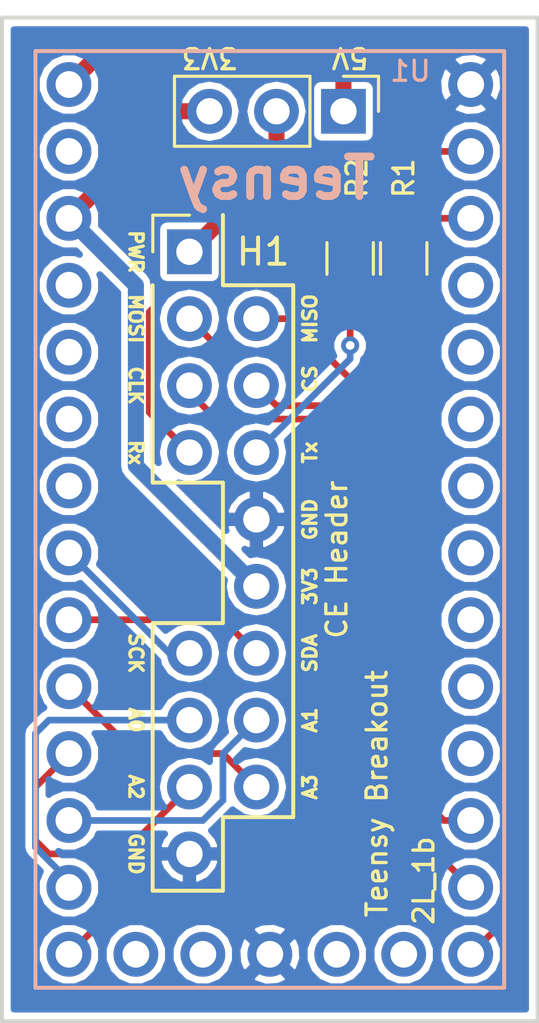
<source format=kicad_pcb>
(kicad_pcb (version 4) (host pcbnew 4.0.0-rc1-stable)

  (general
    (links 21)
    (no_connects 0)
    (area 95.174999 94.3737 115.645001 133.425001)
    (thickness 1.6)
    (drawings 26)
    (tracks 82)
    (zones 0)
    (modules 5)
    (nets 36)
  )

  (page A4)
  (layers
    (0 F.Cu signal)
    (31 B.Cu signal)
    (32 B.Adhes user)
    (33 F.Adhes user)
    (34 B.Paste user)
    (35 F.Paste user)
    (36 B.SilkS user)
    (37 F.SilkS user)
    (38 B.Mask user)
    (39 F.Mask user)
    (40 Dwgs.User user)
    (41 Cmts.User user)
    (42 Eco1.User user)
    (43 Eco2.User user)
    (44 Edge.Cuts user)
    (45 Margin user)
    (46 B.CrtYd user)
    (47 F.CrtYd user)
    (48 B.Fab user)
    (49 F.Fab user)
  )

  (setup
    (last_trace_width 0.1524)
    (user_trace_width 0.254)
    (user_trace_width 0.3048)
    (user_trace_width 0.6096)
    (trace_clearance 0.1524)
    (zone_clearance 0.254)
    (zone_45_only no)
    (trace_min 0.1524)
    (segment_width 0.2)
    (edge_width 0.15)
    (via_size 0.6858)
    (via_drill 0.3302)
    (via_min_size 0.6858)
    (via_min_drill 0.3302)
    (uvia_size 0.3)
    (uvia_drill 0.1)
    (uvias_allowed no)
    (uvia_min_size 0.2)
    (uvia_min_drill 0.1)
    (pcb_text_width 0.3)
    (pcb_text_size 1.5 1.5)
    (mod_edge_width 0.15)
    (mod_text_size 0.762 0.762)
    (mod_text_width 0.127)
    (pad_size 1.524 1.524)
    (pad_drill 0.762)
    (pad_to_mask_clearance 0)
    (aux_axis_origin 0 0)
    (visible_elements 7FFEEFFF)
    (pcbplotparams
      (layerselection 0x010f0_80000001)
      (usegerberextensions false)
      (excludeedgelayer true)
      (linewidth 0.076200)
      (plotframeref false)
      (viasonmask false)
      (mode 1)
      (useauxorigin false)
      (hpglpennumber 1)
      (hpglpenspeed 20)
      (hpglpendiameter 15)
      (hpglpenoverlay 2)
      (psnegative false)
      (psa4output false)
      (plotreference true)
      (plotvalue false)
      (plotinvisibletext false)
      (padsonsilk false)
      (subtractmaskfromsilk false)
      (outputformat 1)
      (mirror false)
      (drillshape 0)
      (scaleselection 1)
      (outputdirectory gerbers/))
  )

  (net 0 "")
  (net 1 /5V)
  (net 2 /PWR_IO)
  (net 3 /3V3)
  (net 4 /DEVICE_RX)
  (net 5 /TEENCY_TX)
  (net 6 /TEENCY_RX)
  (net 7 /DEVICE_TX)
  (net 8 /SPI_CS)
  (net 9 /SPI_MOSI)
  (net 10 /SPI_MISO)
  (net 11 /SPI_CLK)
  (net 12 /AIO_0)
  (net 13 /AIO_1)
  (net 14 /AIO_2)
  (net 15 /AIO_3)
  (net 16 /I2C_DAT)
  (net 17 /I2C_SCLK)
  (net 18 /GND)
  (net 19 "Net-(U1-Pad2)")
  (net 20 "Net-(U1-Pad3)")
  (net 21 "Net-(U1-Pad4)")
  (net 22 "Net-(U1-Pad5)")
  (net 23 "Net-(U1-Pad6)")
  (net 24 "Net-(U1-Pad7)")
  (net 25 "Net-(U1-Pad8)")
  (net 26 "Net-(U1-Pad9)")
  (net 27 "Net-(U1-Pad20)")
  (net 28 "Net-(U1-Pad21)")
  (net 29 "Net-(U1-Pad22)")
  (net 30 "Net-(U1-Pad23)")
  (net 31 "Net-(U1-Pad25)")
  (net 32 "Net-(U1-Pad28)")
  (net 33 "Net-(U1-Pad29)")
  (net 34 "Net-(U1-Pad31)")
  (net 35 "Net-(U1-Pad32)")

  (net_class Default "This is the default net class."
    (clearance 0.1524)
    (trace_width 0.1524)
    (via_dia 0.6858)
    (via_drill 0.3302)
    (uvia_dia 0.3)
    (uvia_drill 0.1)
    (add_net /3V3)
    (add_net /5V)
    (add_net /AIO_0)
    (add_net /AIO_1)
    (add_net /AIO_2)
    (add_net /AIO_3)
    (add_net /DEVICE_RX)
    (add_net /DEVICE_TX)
    (add_net /GND)
    (add_net /I2C_DAT)
    (add_net /I2C_SCLK)
    (add_net /PWR_IO)
    (add_net /SPI_CLK)
    (add_net /SPI_CS)
    (add_net /SPI_MISO)
    (add_net /SPI_MOSI)
    (add_net /TEENCY_RX)
    (add_net /TEENCY_TX)
    (add_net "Net-(U1-Pad2)")
    (add_net "Net-(U1-Pad20)")
    (add_net "Net-(U1-Pad21)")
    (add_net "Net-(U1-Pad22)")
    (add_net "Net-(U1-Pad23)")
    (add_net "Net-(U1-Pad25)")
    (add_net "Net-(U1-Pad28)")
    (add_net "Net-(U1-Pad29)")
    (add_net "Net-(U1-Pad3)")
    (add_net "Net-(U1-Pad31)")
    (add_net "Net-(U1-Pad32)")
    (add_net "Net-(U1-Pad4)")
    (add_net "Net-(U1-Pad5)")
    (add_net "Net-(U1-Pad6)")
    (add_net "Net-(U1-Pad7)")
    (add_net "Net-(U1-Pad8)")
    (add_net "Net-(U1-Pad9)")
  )

  (module TeencyConverter:Pin_Header_Straight_1x03_Pitch2.54mm (layer F.Cu) (tedit 58DA1884) (tstamp 58DA168E)
    (at 108.204 98.806 270)
    (descr "Through hole straight pin header, 1x03, 2.54mm pitch, single row")
    (tags "Through hole pin header THT 1x03 2.54mm single row")
    (path /58C417C7)
    (fp_text reference P1 (at 2.54 5.842 360) (layer F.SilkS) hide
      (effects (font (size 0.762 0.762) (thickness 0.127)))
    )
    (fp_text value CONN_01X03 (at -2.54 2.54 360) (layer F.Fab)
      (effects (font (size 0.762 0.762) (thickness 0.127)))
    )
    (fp_line (start -1.27 -1.27) (end -1.27 6.35) (layer F.Fab) (width 0.1))
    (fp_line (start -1.27 6.35) (end 1.27 6.35) (layer F.Fab) (width 0.1))
    (fp_line (start 1.27 6.35) (end 1.27 -1.27) (layer F.Fab) (width 0.1))
    (fp_line (start 1.27 -1.27) (end -1.27 -1.27) (layer F.Fab) (width 0.1))
    (fp_line (start -1.33 1.27) (end -1.33 6.41) (layer F.SilkS) (width 0.12))
    (fp_line (start -1.33 6.41) (end 1.33 6.41) (layer F.SilkS) (width 0.12))
    (fp_line (start 1.33 6.41) (end 1.33 1.27) (layer F.SilkS) (width 0.12))
    (fp_line (start 1.33 1.27) (end -1.33 1.27) (layer F.SilkS) (width 0.12))
    (fp_line (start -1.33 0) (end -1.33 -1.33) (layer F.SilkS) (width 0.12))
    (fp_line (start -1.33 -1.33) (end 0 -1.33) (layer F.SilkS) (width 0.12))
    (fp_line (start -1.8 -1.8) (end -1.8 6.85) (layer F.CrtYd) (width 0.05))
    (fp_line (start -1.8 6.85) (end 1.8 6.85) (layer F.CrtYd) (width 0.05))
    (fp_line (start 1.8 6.85) (end 1.8 -1.8) (layer F.CrtYd) (width 0.05))
    (fp_line (start 1.8 -1.8) (end -1.8 -1.8) (layer F.CrtYd) (width 0.05))
    (pad 1 thru_hole rect (at 0 0 270) (size 1.7 1.7) (drill 1) (layers *.Cu *.Mask)
      (net 1 /5V))
    (pad 2 thru_hole oval (at 0 2.54 270) (size 1.7 1.7) (drill 1) (layers *.Cu *.Mask)
      (net 2 /PWR_IO))
    (pad 3 thru_hole oval (at 0 5.08 270) (size 1.7 1.7) (drill 1) (layers *.Cu *.Mask)
      (net 3 /3V3))
    (model ${KISYS3DMOD}/Pin_Headers.3dshapes/Pin_Header_Straight_1x03_Pitch2.54mm.wrl
      (at (xyz 0 -0.1 0))
      (scale (xyz 1 1 1))
      (rotate (xyz 0 0 90))
    )
  )

  (module Resistors_SMD:R_0805_HandSoldering (layer F.Cu) (tedit 58DA15D3) (tstamp 58DA1694)
    (at 110.49 104.394 90)
    (descr "Resistor SMD 0805, hand soldering")
    (tags "resistor 0805")
    (path /58D8069B)
    (attr smd)
    (fp_text reference R1 (at 3.048 0 90) (layer F.SilkS)
      (effects (font (size 0.762 0.762) (thickness 0.127)))
    )
    (fp_text value R (at 0 1.75 90) (layer F.Fab)
      (effects (font (size 0.762 0.762) (thickness 0.127)))
    )
    (fp_text user %R (at 0 -1.7 90) (layer F.Fab)
      (effects (font (size 0.762 0.762) (thickness 0.127)))
    )
    (fp_line (start -1 0.62) (end -1 -0.62) (layer F.Fab) (width 0.1))
    (fp_line (start 1 0.62) (end -1 0.62) (layer F.Fab) (width 0.1))
    (fp_line (start 1 -0.62) (end 1 0.62) (layer F.Fab) (width 0.1))
    (fp_line (start -1 -0.62) (end 1 -0.62) (layer F.Fab) (width 0.1))
    (fp_line (start 0.6 0.88) (end -0.6 0.88) (layer F.SilkS) (width 0.12))
    (fp_line (start -0.6 -0.88) (end 0.6 -0.88) (layer F.SilkS) (width 0.12))
    (fp_line (start -2.35 -0.9) (end 2.35 -0.9) (layer F.CrtYd) (width 0.05))
    (fp_line (start -2.35 -0.9) (end -2.35 0.9) (layer F.CrtYd) (width 0.05))
    (fp_line (start 2.35 0.9) (end 2.35 -0.9) (layer F.CrtYd) (width 0.05))
    (fp_line (start 2.35 0.9) (end -2.35 0.9) (layer F.CrtYd) (width 0.05))
    (pad 1 smd rect (at -1.35 0 90) (size 1.5 1.3) (layers F.Cu F.Paste F.Mask)
      (net 4 /DEVICE_RX))
    (pad 2 smd rect (at 1.35 0 90) (size 1.5 1.3) (layers F.Cu F.Paste F.Mask)
      (net 5 /TEENCY_TX))
    (model Resistors_SMD.3dshapes/R_0805.wrl
      (at (xyz 0 0 0))
      (scale (xyz 1 1 1))
      (rotate (xyz 0 0 0))
    )
  )

  (module Resistors_SMD:R_0805_HandSoldering (layer F.Cu) (tedit 58DA15D7) (tstamp 58DA169A)
    (at 108.458 104.394 270)
    (descr "Resistor SMD 0805, hand soldering")
    (tags "resistor 0805")
    (path /58D80714)
    (attr smd)
    (fp_text reference R2 (at -3.048 -0.254 270) (layer F.SilkS)
      (effects (font (size 0.762 0.762) (thickness 0.127)))
    )
    (fp_text value R (at 0 1.75 270) (layer F.Fab)
      (effects (font (size 0.762 0.762) (thickness 0.127)))
    )
    (fp_text user %R (at 0 -1.7 270) (layer F.Fab)
      (effects (font (size 0.762 0.762) (thickness 0.127)))
    )
    (fp_line (start -1 0.62) (end -1 -0.62) (layer F.Fab) (width 0.1))
    (fp_line (start 1 0.62) (end -1 0.62) (layer F.Fab) (width 0.1))
    (fp_line (start 1 -0.62) (end 1 0.62) (layer F.Fab) (width 0.1))
    (fp_line (start -1 -0.62) (end 1 -0.62) (layer F.Fab) (width 0.1))
    (fp_line (start 0.6 0.88) (end -0.6 0.88) (layer F.SilkS) (width 0.12))
    (fp_line (start -0.6 -0.88) (end 0.6 -0.88) (layer F.SilkS) (width 0.12))
    (fp_line (start -2.35 -0.9) (end 2.35 -0.9) (layer F.CrtYd) (width 0.05))
    (fp_line (start -2.35 -0.9) (end -2.35 0.9) (layer F.CrtYd) (width 0.05))
    (fp_line (start 2.35 0.9) (end 2.35 -0.9) (layer F.CrtYd) (width 0.05))
    (fp_line (start 2.35 0.9) (end -2.35 0.9) (layer F.CrtYd) (width 0.05))
    (pad 1 smd rect (at -1.35 0 270) (size 1.5 1.3) (layers F.Cu F.Paste F.Mask)
      (net 6 /TEENCY_RX))
    (pad 2 smd rect (at 1.35 0 270) (size 1.5 1.3) (layers F.Cu F.Paste F.Mask)
      (net 7 /DEVICE_TX))
    (model Resistors_SMD.3dshapes/R_0805.wrl
      (at (xyz 0 0 0))
      (scale (xyz 1 1 1))
      (rotate (xyz 0 0 0))
    )
  )

  (module TeencyConverter:Teensy-32 (layer B.Cu) (tedit 58DA18A6) (tstamp 58DA16BF)
    (at 105.41 113.03 180)
    (path /58D95B37)
    (fp_text reference U1 (at -5.334 15.748 180) (layer B.SilkS)
      (effects (font (size 0.762 0.762) (thickness 0.127)) (justify mirror))
    )
    (fp_text value Teensy-3.2 (at 0 17.78 180) (layer B.Fab)
      (effects (font (size 0.762 0.762) (thickness 0.127)) (justify mirror))
    )
    (fp_line (start -8.89 16.51) (end 8.89 16.51) (layer B.SilkS) (width 0.15))
    (fp_line (start 8.89 16.51) (end 8.89 -19.05) (layer B.SilkS) (width 0.15))
    (fp_line (start 8.89 -19.05) (end -8.89 -19.05) (layer B.SilkS) (width 0.15))
    (fp_line (start -8.89 -19.05) (end -8.89 16.51) (layer B.SilkS) (width 0.15))
    (pad 0 thru_hole circle (at -7.62 12.7 180) (size 1.7018 1.7018) (drill 1.016) (layers *.Cu *.Mask)
      (net 6 /TEENCY_RX))
    (pad 1 thru_hole circle (at -7.62 10.16 180) (size 1.7018 1.7018) (drill 1.016) (layers *.Cu *.Mask)
      (net 5 /TEENCY_TX))
    (pad 2 thru_hole circle (at -7.62 7.62 180) (size 1.7018 1.7018) (drill 1.016) (layers *.Cu *.Mask)
      (net 19 "Net-(U1-Pad2)"))
    (pad 3 thru_hole circle (at -7.62 5.08 180) (size 1.7018 1.7018) (drill 1.016) (layers *.Cu *.Mask)
      (net 20 "Net-(U1-Pad3)"))
    (pad 4 thru_hole circle (at -7.62 2.54 180) (size 1.7018 1.7018) (drill 1.016) (layers *.Cu *.Mask)
      (net 21 "Net-(U1-Pad4)"))
    (pad 5 thru_hole circle (at -7.62 0 180) (size 1.7018 1.7018) (drill 1.016) (layers *.Cu *.Mask)
      (net 22 "Net-(U1-Pad5)"))
    (pad 6 thru_hole circle (at -7.62 -2.54 180) (size 1.7018 1.7018) (drill 1.016) (layers *.Cu *.Mask)
      (net 23 "Net-(U1-Pad6)"))
    (pad 7 thru_hole circle (at -7.62 -5.08 180) (size 1.7018 1.7018) (drill 1.016) (layers *.Cu *.Mask)
      (net 24 "Net-(U1-Pad7)"))
    (pad 8 thru_hole circle (at -7.62 -7.62 180) (size 1.7018 1.7018) (drill 1.016) (layers *.Cu *.Mask)
      (net 25 "Net-(U1-Pad8)"))
    (pad 9 thru_hole circle (at -7.62 -10.16 180) (size 1.7018 1.7018) (drill 1.016) (layers *.Cu *.Mask)
      (net 26 "Net-(U1-Pad9)"))
    (pad 10 thru_hole circle (at -7.62 -12.7 180) (size 1.7018 1.7018) (drill 1.016) (layers *.Cu *.Mask)
      (net 8 /SPI_CS))
    (pad 11 thru_hole circle (at -7.62 -15.24 180) (size 1.7018 1.7018) (drill 1.016) (layers *.Cu *.Mask)
      (net 9 /SPI_MOSI))
    (pad 12 thru_hole circle (at -7.62 -17.78 180) (size 1.7018 1.7018) (drill 1.016) (layers *.Cu *.Mask)
      (net 10 /SPI_MISO))
    (pad 13 thru_hole circle (at 7.62 -17.78 180) (size 1.7018 1.7018) (drill 1.016) (layers *.Cu *.Mask)
      (net 11 /SPI_CLK))
    (pad 14 thru_hole circle (at 7.62 -15.24 180) (size 1.7018 1.7018) (drill 1.016) (layers *.Cu *.Mask)
      (net 12 /AIO_0))
    (pad 15 thru_hole circle (at 7.62 -12.7 180) (size 1.7018 1.7018) (drill 1.016) (layers *.Cu *.Mask)
      (net 13 /AIO_1))
    (pad 16 thru_hole circle (at 7.62 -10.16 180) (size 1.7018 1.7018) (drill 1.016) (layers *.Cu *.Mask)
      (net 14 /AIO_2))
    (pad 17 thru_hole circle (at 7.62 -7.62 180) (size 1.7018 1.7018) (drill 1.016) (layers *.Cu *.Mask)
      (net 15 /AIO_3))
    (pad 18 thru_hole circle (at 7.62 -5.08 180) (size 1.7018 1.7018) (drill 1.016) (layers *.Cu *.Mask)
      (net 16 /I2C_DAT))
    (pad 19 thru_hole circle (at 7.62 -2.54 180) (size 1.7018 1.7018) (drill 1.016) (layers *.Cu *.Mask)
      (net 17 /I2C_SCLK))
    (pad 20 thru_hole circle (at 7.62 0 180) (size 1.7018 1.7018) (drill 1.016) (layers *.Cu *.Mask)
      (net 27 "Net-(U1-Pad20)"))
    (pad 21 thru_hole circle (at 7.62 2.54 180) (size 1.7018 1.7018) (drill 1.016) (layers *.Cu *.Mask)
      (net 28 "Net-(U1-Pad21)"))
    (pad 22 thru_hole circle (at 7.62 5.08 180) (size 1.7018 1.7018) (drill 1.016) (layers *.Cu *.Mask)
      (net 29 "Net-(U1-Pad22)"))
    (pad 23 thru_hole circle (at 7.62 7.62 180) (size 1.7018 1.7018) (drill 1.016) (layers *.Cu *.Mask)
      (net 30 "Net-(U1-Pad23)"))
    (pad 24 thru_hole circle (at 7.62 10.16 180) (size 1.7018 1.7018) (drill 1.016) (layers *.Cu *.Mask)
      (net 3 /3V3))
    (pad 25 thru_hole circle (at 7.62 12.7 180) (size 1.7018 1.7018) (drill 1.016) (layers *.Cu *.Mask)
      (net 31 "Net-(U1-Pad25)"))
    (pad 26 thru_hole circle (at 7.62 15.24 180) (size 1.7018 1.7018) (drill 1.016) (layers *.Cu *.Mask)
      (net 1 /5V))
    (pad 27 thru_hole circle (at -7.62 15.24 180) (size 1.7018 1.7018) (drill 1.016) (layers *.Cu *.Mask)
      (net 18 /GND))
    (pad 28 thru_hole circle (at -5.08 -17.78 180) (size 1.7018 1.7018) (drill 1.016) (layers *.Cu *.Mask)
      (net 32 "Net-(U1-Pad28)"))
    (pad 29 thru_hole circle (at -2.54 -17.78 180) (size 1.7018 1.7018) (drill 1.016) (layers *.Cu *.Mask)
      (net 33 "Net-(U1-Pad29)"))
    (pad 30 thru_hole circle (at 0 -17.78 180) (size 1.7018 1.7018) (drill 1.016) (layers *.Cu *.Mask)
      (net 18 /GND))
    (pad 31 thru_hole circle (at 2.54 -17.78 180) (size 1.7018 1.7018) (drill 1.016) (layers *.Cu *.Mask)
      (net 34 "Net-(U1-Pad31)"))
    (pad 32 thru_hole circle (at 5.08 -17.78 180) (size 1.7018 1.7018) (drill 1.016) (layers *.Cu *.Mask)
      (net 35 "Net-(U1-Pad32)"))
  )

  (module CE_Header:CE_Header (layer F.Cu) (tedit 58DA1876) (tstamp 58DA1A29)
    (at 102.362 104.14)
    (descr "CE Header, 2.54mm pitch")
    (tags "CE Header, THT 2x10 2.54mm")
    (path /58DA1984)
    (fp_text reference H1 (at 2.794 0) (layer F.SilkS)
      (effects (font (size 1 1) (thickness 0.15)))
    )
    (fp_text value CE_Header (at 1.27 25.25) (layer F.Fab)
      (effects (font (size 1 1) (thickness 0.15)))
    )
    (fp_line (start -1.397 24.257) (end -1.397 14.097) (layer F.SilkS) (width 0.15))
    (fp_line (start -1.397 14.097) (end 1.27 14.097) (layer F.SilkS) (width 0.15))
    (fp_line (start 1.27 14.097) (end 1.27 8.763) (layer F.SilkS) (width 0.15))
    (fp_line (start 1.27 8.763) (end -1.397 8.763) (layer F.SilkS) (width 0.15))
    (fp_line (start -1.397 8.763) (end -1.397 1.27) (layer F.SilkS) (width 0.15))
    (fp_line (start 1.27 24.257) (end -1.397 24.257) (layer F.SilkS) (width 0.15))
    (fp_line (start 3.937 1.27) (end 3.937 21.463) (layer F.SilkS) (width 0.15))
    (fp_line (start 3.937 21.463) (end 1.27 21.463) (layer F.SilkS) (width 0.15))
    (fp_line (start 1.27 21.463) (end 1.27 24.257) (layer F.SilkS) (width 0.15))
    (fp_line (start 3.93 1.27) (end 1.27 1.27) (layer F.SilkS) (width 0.15))
    (fp_line (start 1.27 1.27) (end 1.27 -1.397) (layer F.SilkS) (width 0.15))
    (fp_line (start -1.27 -1.27) (end -1.27 24.13) (layer F.Fab) (width 0.1))
    (fp_line (start -1.27 24.13) (end 3.81 24.13) (layer F.Fab) (width 0.1))
    (fp_line (start 3.81 24.13) (end 3.81 -1.27) (layer F.Fab) (width 0.1))
    (fp_line (start 3.81 -1.27) (end -1.27 -1.27) (layer F.Fab) (width 0.1))
    (fp_line (start -1.39 0) (end -1.39 -1.39) (layer F.SilkS) (width 0.12))
    (fp_line (start -1.39 -1.39) (end 0 -1.39) (layer F.SilkS) (width 0.12))
    (fp_line (start -1.6 -1.6) (end -1.6 24.4) (layer F.CrtYd) (width 0.05))
    (fp_line (start -1.6 24.4) (end 4.1 24.4) (layer F.CrtYd) (width 0.05))
    (fp_line (start 4.1 24.4) (end 4.1 -1.6) (layer F.CrtYd) (width 0.05))
    (fp_line (start 4.1 -1.6) (end -1.6 -1.6) (layer F.CrtYd) (width 0.05))
    (pad 1 thru_hole rect (at 0 0) (size 1.7 1.7) (drill 1) (layers *.Cu *.Mask)
      (net 2 /PWR_IO))
    (pad 3 thru_hole oval (at 0 2.54) (size 1.7 1.7) (drill 1) (layers *.Cu *.Mask)
      (net 9 /SPI_MOSI))
    (pad 4 thru_hole oval (at 2.54 2.54) (size 1.7 1.7) (drill 1) (layers *.Cu *.Mask)
      (net 10 /SPI_MISO))
    (pad 5 thru_hole oval (at 0 5.08) (size 1.7 1.7) (drill 1) (layers *.Cu *.Mask)
      (net 11 /SPI_CLK))
    (pad 6 thru_hole oval (at 2.54 5.08) (size 1.7 1.7) (drill 1) (layers *.Cu *.Mask)
      (net 8 /SPI_CS))
    (pad 7 thru_hole oval (at 0 7.62) (size 1.7 1.7) (drill 1) (layers *.Cu *.Mask)
      (net 4 /DEVICE_RX))
    (pad 8 thru_hole oval (at 2.54 7.62) (size 1.7 1.7) (drill 1) (layers *.Cu *.Mask)
      (net 7 /DEVICE_TX))
    (pad 10 thru_hole oval (at 2.54 10.16) (size 1.7 1.7) (drill 1) (layers *.Cu *.Mask)
      (net 18 /GND))
    (pad 12 thru_hole oval (at 2.54 12.7) (size 1.7 1.7) (drill 1) (layers *.Cu *.Mask)
      (net 3 /3V3))
    (pad 13 thru_hole oval (at 0 15.24) (size 1.7 1.7) (drill 1) (layers *.Cu *.Mask)
      (net 17 /I2C_SCLK))
    (pad 14 thru_hole oval (at 2.54 15.24) (size 1.7 1.7) (drill 1) (layers *.Cu *.Mask)
      (net 16 /I2C_DAT))
    (pad 15 thru_hole oval (at 0 17.78) (size 1.7 1.7) (drill 1) (layers *.Cu *.Mask)
      (net 12 /AIO_0))
    (pad 16 thru_hole oval (at 2.54 17.78) (size 1.7 1.7) (drill 1) (layers *.Cu *.Mask)
      (net 13 /AIO_1))
    (pad 17 thru_hole oval (at 0 20.32) (size 1.7 1.7) (drill 1) (layers *.Cu *.Mask)
      (net 14 /AIO_2))
    (pad 18 thru_hole oval (at 2.54 20.32) (size 1.7 1.7) (drill 1) (layers *.Cu *.Mask)
      (net 15 /AIO_3))
    (pad 19 thru_hole oval (at 0 22.86) (size 1.7 1.7) (drill 1) (layers *.Cu *.Mask)
      (net 18 /GND))
    (model D:/pcbs/CE_Header/CE_Header/lib/3d/CE_Header_Socket.wrl
      (at (xyz 0.05 -0.45 0))
      (scale (xyz 1 1 1))
      (rotate (xyz 0 0 90))
    )
  )

  (gr_text "Teensy Breakout" (at 109.474 124.714 90) (layer F.SilkS)
    (effects (font (size 0.762 0.762) (thickness 0.127)))
  )
  (gr_text Teensy (at 105.664 101.346) (layer B.SilkS)
    (effects (font (size 1.5 1.5) (thickness 0.3)) (justify mirror))
  )
  (gr_text PWR (at 100.33 104.14 270) (layer F.SilkS)
    (effects (font (size 0.508 0.508) (thickness 0.127)))
  )
  (gr_text MOSI (at 100.33 106.68 270) (layer F.SilkS)
    (effects (font (size 0.508 0.508) (thickness 0.127)))
  )
  (gr_text CLK (at 100.33 109.22 270) (layer F.SilkS)
    (effects (font (size 0.508 0.508) (thickness 0.127)))
  )
  (gr_text Rx (at 100.33 111.76 270) (layer F.SilkS)
    (effects (font (size 0.508 0.508) (thickness 0.127)))
  )
  (gr_text SCK (at 100.33 119.38 270) (layer F.SilkS)
    (effects (font (size 0.508 0.508) (thickness 0.127)))
  )
  (gr_text A0 (at 100.33 121.92 270) (layer F.SilkS)
    (effects (font (size 0.508 0.508) (thickness 0.127)))
  )
  (gr_text A2 (at 100.33 124.46 270) (layer F.SilkS)
    (effects (font (size 0.508 0.508) (thickness 0.127)))
  )
  (gr_text GND (at 100.33 127 270) (layer F.SilkS)
    (effects (font (size 0.508 0.508) (thickness 0.127)))
  )
  (gr_text A3 (at 106.934 124.46 90) (layer F.SilkS)
    (effects (font (size 0.508 0.508) (thickness 0.127)))
  )
  (gr_text A1 (at 106.934 121.92 90) (layer F.SilkS)
    (effects (font (size 0.508 0.508) (thickness 0.127)))
  )
  (gr_text SDA (at 106.934 119.38 90) (layer F.SilkS)
    (effects (font (size 0.508 0.508) (thickness 0.127)))
  )
  (gr_text 3V3 (at 106.934 116.84 90) (layer F.SilkS)
    (effects (font (size 0.508 0.508) (thickness 0.127)))
  )
  (gr_text GND (at 106.934 114.3 90) (layer F.SilkS)
    (effects (font (size 0.508 0.508) (thickness 0.127)))
  )
  (gr_text Tx (at 106.934 111.76 90) (layer F.SilkS)
    (effects (font (size 0.508 0.508) (thickness 0.127)))
  )
  (gr_text CS (at 106.934 108.966 90) (layer F.SilkS)
    (effects (font (size 0.508 0.508) (thickness 0.127)))
  )
  (gr_text MISO (at 106.934 106.68 90) (layer F.SilkS)
    (effects (font (size 0.508 0.508) (thickness 0.127)))
  )
  (gr_text 2L_1b (at 111.252 128.016 90) (layer F.SilkS)
    (effects (font (size 0.762 0.762) (thickness 0.127)))
  )
  (gr_text "CE Header" (at 107.95 115.824 90) (layer F.SilkS)
    (effects (font (size 0.762 0.762) (thickness 0.127)))
  )
  (gr_text 3V3 (at 103.124 96.774 180) (layer F.SilkS)
    (effects (font (size 0.762 0.762) (thickness 0.127)))
  )
  (gr_text 5V (at 108.458 96.774 180) (layer F.SilkS)
    (effects (font (size 0.762 0.762) (thickness 0.127)))
  )
  (gr_line (start 95.25 133.35) (end 95.25 95.25) (angle 90) (layer Edge.Cuts) (width 0.15))
  (gr_line (start 115.57 133.35) (end 95.25 133.35) (angle 90) (layer Edge.Cuts) (width 0.15))
  (gr_line (start 115.57 95.25) (end 115.57 133.35) (angle 90) (layer Edge.Cuts) (width 0.15))
  (gr_line (start 95.25 95.25) (end 115.57 95.25) (angle 90) (layer Edge.Cuts) (width 0.15))

  (segment (start 97.79 97.79) (end 99.314 96.266) (width 0.6096) (layer F.Cu) (net 1))
  (segment (start 108.204 97.282) (end 108.204 98.806) (width 0.6096) (layer F.Cu) (net 1) (tstamp 58DA0784))
  (segment (start 107.188 96.266) (end 108.204 97.282) (width 0.6096) (layer F.Cu) (net 1) (tstamp 58DA0783))
  (segment (start 99.314 96.266) (end 107.188 96.266) (width 0.6096) (layer F.Cu) (net 1) (tstamp 58DA0780))
  (segment (start 102.362 104.14) (end 105.664 100.838) (width 0.6096) (layer F.Cu) (net 2))
  (segment (start 105.664 100.838) (end 105.664 98.806) (width 0.6096) (layer F.Cu) (net 2) (tstamp 58DA07BC))
  (segment (start 101.854 98.806) (end 103.124 98.806) (width 0.6096) (layer F.Cu) (net 3) (tstamp 58DA07B9))
  (segment (start 100.33 112.268) (end 104.902 116.84) (width 0.6096) (layer B.Cu) (net 3) (tstamp 58DA0BE0))
  (segment (start 100.33 105.41) (end 100.33 112.268) (width 0.6096) (layer B.Cu) (net 3) (tstamp 58DA0BDA))
  (segment (start 97.79 102.87) (end 101.854 98.806) (width 0.6096) (layer F.Cu) (net 3))
  (segment (start 97.79 102.87) (end 100.33 105.41) (width 0.6096) (layer B.Cu) (net 3))
  (segment (start 110.49 105.744) (end 110.49 104.902) (width 0.254) (layer F.Cu) (net 4))
  (segment (start 100.838 110.236) (end 102.362 111.76) (width 0.254) (layer F.Cu) (net 4) (tstamp 58DA0818))
  (segment (start 100.838 106.426) (end 100.838 110.236) (width 0.254) (layer F.Cu) (net 4) (tstamp 58DA0816))
  (segment (start 101.854 105.41) (end 100.838 106.426) (width 0.254) (layer F.Cu) (net 4) (tstamp 58DA0814))
  (segment (start 103.632 105.41) (end 101.854 105.41) (width 0.254) (layer F.Cu) (net 4) (tstamp 58DA0812))
  (segment (start 104.648 104.394) (end 103.632 105.41) (width 0.254) (layer F.Cu) (net 4) (tstamp 58DA080E))
  (segment (start 109.982 104.394) (end 104.648 104.394) (width 0.254) (layer F.Cu) (net 4) (tstamp 58DA080D))
  (segment (start 110.49 104.902) (end 109.982 104.394) (width 0.254) (layer F.Cu) (net 4) (tstamp 58DA080C))
  (segment (start 113.03 102.87) (end 110.664 102.87) (width 0.254) (layer F.Cu) (net 5))
  (segment (start 110.664 102.87) (end 110.49 103.044) (width 0.254) (layer F.Cu) (net 5) (tstamp 58DA07EE))
  (segment (start 108.458 102.108) (end 108.458 103.044) (width 0.254) (layer F.Cu) (net 6) (tstamp 58DA0809))
  (segment (start 110.236 100.33) (end 108.458 102.108) (width 0.254) (layer F.Cu) (net 6) (tstamp 58DA0807))
  (segment (start 113.03 100.33) (end 110.236 100.33) (width 0.254) (layer F.Cu) (net 6))
  (segment (start 108.458 105.744) (end 108.458 107.696) (width 0.254) (layer F.Cu) (net 7))
  (segment (start 108.458 108.204) (end 104.902 111.76) (width 0.254) (layer B.Cu) (net 7) (tstamp 58DA0830))
  (segment (start 108.458 107.696) (end 108.458 108.204) (width 0.254) (layer B.Cu) (net 7) (tstamp 58DA082F))
  (via (at 108.458 107.696) (size 0.6858) (drill 0.3302) (layers F.Cu B.Cu) (net 7))
  (segment (start 105.664 109.982) (end 104.902 109.22) (width 0.254) (layer F.Cu) (net 8) (tstamp 58DA0AC6))
  (segment (start 109.982 109.982) (end 105.664 109.982) (width 0.254) (layer F.Cu) (net 8) (tstamp 58DA0AC3))
  (segment (start 111.506 111.506) (end 109.982 109.982) (width 0.254) (layer F.Cu) (net 8) (tstamp 58DA0ABF))
  (segment (start 111.506 125.222) (end 111.506 111.506) (width 0.254) (layer F.Cu) (net 8) (tstamp 58DA0ABD))
  (segment (start 105.41 109.728) (end 104.902 109.22) (width 0.254) (layer F.Cu) (net 8) (tstamp 58DA0AA8))
  (segment (start 113.03 125.73) (end 112.014 125.73) (width 0.254) (layer F.Cu) (net 8))
  (segment (start 112.014 125.73) (end 111.506 125.222) (width 0.254) (layer F.Cu) (net 8) (tstamp 58DA0ABC))
  (segment (start 103.632 107.95) (end 102.362 106.68) (width 0.254) (layer F.Cu) (net 9) (tstamp 58DA0AFB))
  (segment (start 103.632 109.982) (end 103.632 107.95) (width 0.254) (layer F.Cu) (net 9) (tstamp 58DA0AF9))
  (segment (start 104.14 110.49) (end 103.632 109.982) (width 0.254) (layer F.Cu) (net 9) (tstamp 58DA0AF6))
  (segment (start 109.728 110.49) (end 104.14 110.49) (width 0.254) (layer F.Cu) (net 9) (tstamp 58DA0AF0))
  (segment (start 113.03 128.27) (end 110.998 126.238) (width 0.254) (layer F.Cu) (net 9))
  (segment (start 110.998 126.238) (end 110.998 111.76) (width 0.254) (layer F.Cu) (net 9) (tstamp 58DA0AE2))
  (segment (start 110.998 111.76) (end 109.728 110.49) (width 0.254) (layer F.Cu) (net 9) (tstamp 58DA0AE9))
  (segment (start 104.902 106.68) (end 106.172 106.68) (width 0.254) (layer F.Cu) (net 10))
  (segment (start 106.172 106.68) (end 108.712 109.22) (width 0.254) (layer F.Cu) (net 10) (tstamp 58DA0A77))
  (segment (start 108.712 109.22) (end 113.792 109.22) (width 0.254) (layer F.Cu) (net 10) (tstamp 58DA0A7B))
  (segment (start 113.792 109.22) (end 114.554 109.982) (width 0.254) (layer F.Cu) (net 10) (tstamp 58DA0A82))
  (segment (start 114.554 129.286) (end 113.03 130.81) (width 0.254) (layer F.Cu) (net 10) (tstamp 58DA0A8A))
  (segment (start 114.554 109.982) (end 114.554 129.286) (width 0.254) (layer F.Cu) (net 10) (tstamp 58DA0A85))
  (segment (start 102.362 109.22) (end 102.362 109.728) (width 0.254) (layer F.Cu) (net 11))
  (segment (start 97.79 130.81) (end 99.314 129.286) (width 0.254) (layer F.Cu) (net 11))
  (segment (start 99.314 129.286) (end 109.22 129.286) (width 0.254) (layer F.Cu) (net 11) (tstamp 58DA0B04))
  (segment (start 109.22 129.286) (end 110.49 128.016) (width 0.254) (layer F.Cu) (net 11) (tstamp 58DA0B09))
  (segment (start 110.49 128.016) (end 110.49 112.014) (width 0.254) (layer F.Cu) (net 11) (tstamp 58DA0B0B))
  (segment (start 110.49 112.014) (end 109.474 110.998) (width 0.254) (layer F.Cu) (net 11) (tstamp 58DA0B0F))
  (segment (start 109.474 110.998) (end 107.696 110.998) (width 0.254) (layer F.Cu) (net 11) (tstamp 58DA0B10))
  (segment (start 107.696 110.998) (end 105.664 113.03) (width 0.254) (layer F.Cu) (net 11) (tstamp 58DA0B14))
  (segment (start 105.664 113.03) (end 104.394 113.03) (width 0.254) (layer F.Cu) (net 11) (tstamp 58DA0B17))
  (segment (start 104.394 113.03) (end 103.632 112.268) (width 0.254) (layer F.Cu) (net 11) (tstamp 58DA0B19))
  (segment (start 103.632 110.744) (end 102.362 109.474) (width 0.254) (layer F.Cu) (net 11) (tstamp 58DA0B1B))
  (segment (start 103.632 112.268) (end 103.632 110.744) (width 0.254) (layer F.Cu) (net 11) (tstamp 58DA0B1A))
  (segment (start 97.79 128.27) (end 97.79 128.016) (width 0.254) (layer B.Cu) (net 12))
  (segment (start 97.79 128.016) (end 96.52 126.746) (width 0.254) (layer B.Cu) (net 12) (tstamp 58DA1C38))
  (segment (start 96.52 126.746) (end 96.52 122.428) (width 0.254) (layer B.Cu) (net 12) (tstamp 58DA1C4C))
  (segment (start 96.52 122.428) (end 97.028 121.92) (width 0.254) (layer B.Cu) (net 12) (tstamp 58DA1C50))
  (segment (start 97.028 121.92) (end 102.362 121.92) (width 0.254) (layer B.Cu) (net 12) (tstamp 58DA1C51))
  (segment (start 97.79 125.73) (end 102.87 125.73) (width 0.254) (layer B.Cu) (net 13))
  (segment (start 103.632 123.19) (end 104.902 121.92) (width 0.254) (layer B.Cu) (net 13) (tstamp 58DA1C28))
  (segment (start 103.632 124.968) (end 103.632 123.19) (width 0.254) (layer B.Cu) (net 13) (tstamp 58DA1C26))
  (segment (start 102.87 125.73) (end 103.632 124.968) (width 0.254) (layer B.Cu) (net 13) (tstamp 58DA1C1F))
  (segment (start 97.79 123.19) (end 96.52 124.46) (width 0.254) (layer F.Cu) (net 14))
  (segment (start 99.822 127) (end 102.362 124.46) (width 0.254) (layer F.Cu) (net 14) (tstamp 58DA1B3B))
  (segment (start 97.028 127) (end 99.822 127) (width 0.254) (layer F.Cu) (net 14) (tstamp 58DA1B39))
  (segment (start 96.52 126.492) (end 97.028 127) (width 0.254) (layer F.Cu) (net 14) (tstamp 58DA1B38))
  (segment (start 96.52 124.46) (end 96.52 126.492) (width 0.254) (layer F.Cu) (net 14) (tstamp 58DA1B2C))
  (segment (start 103.632 123.19) (end 104.902 124.46) (width 0.254) (layer F.Cu) (net 15) (tstamp 58DA0B94))
  (segment (start 100.33 123.19) (end 103.632 123.19) (width 0.254) (layer F.Cu) (net 15) (tstamp 58DA0B92))
  (segment (start 97.79 120.65) (end 100.33 123.19) (width 0.254) (layer F.Cu) (net 15))
  (segment (start 97.79 118.11) (end 103.632 118.11) (width 0.254) (layer F.Cu) (net 16))
  (segment (start 103.632 118.11) (end 104.902 119.38) (width 0.254) (layer F.Cu) (net 16) (tstamp 58DA1BD0))
  (segment (start 97.79 118.11) (end 97.536 118.11) (width 0.254) (layer F.Cu) (net 16))
  (segment (start 97.79 115.57) (end 101.6 119.38) (width 0.254) (layer B.Cu) (net 17))
  (segment (start 101.6 119.38) (end 102.362 119.38) (width 0.254) (layer B.Cu) (net 17) (tstamp 58DA1BD7))

  (zone (net 18) (net_name /GND) (layer B.Cu) (tstamp 58DA0466) (hatch edge 0.508)
    (connect_pads (clearance 0.254))
    (min_thickness 0.254)
    (fill yes (arc_segments 16) (thermal_gap 0.254) (thermal_bridge_width 0.508))
    (polygon
      (pts
        (xy 115.57 133.35) (xy 95.25 133.35) (xy 95.25 95.25) (xy 115.57 95.25) (xy 115.57 133.35)
      )
    )
    (filled_polygon
      (pts
        (xy 115.114 132.894) (xy 95.706 132.894) (xy 95.706 131.053965) (xy 96.557887 131.053965) (xy 96.745037 131.506903)
        (xy 97.091274 131.853745) (xy 97.543885 132.041685) (xy 98.033965 132.042113) (xy 98.486903 131.854963) (xy 98.833745 131.508726)
        (xy 99.021685 131.056115) (xy 99.021686 131.053965) (xy 99.097887 131.053965) (xy 99.285037 131.506903) (xy 99.631274 131.853745)
        (xy 100.083885 132.041685) (xy 100.573965 132.042113) (xy 101.026903 131.854963) (xy 101.373745 131.508726) (xy 101.561685 131.056115)
        (xy 101.561686 131.053965) (xy 101.637887 131.053965) (xy 101.825037 131.506903) (xy 102.171274 131.853745) (xy 102.623885 132.041685)
        (xy 103.113965 132.042113) (xy 103.566903 131.854963) (xy 103.706435 131.715674) (xy 104.683931 131.715674) (xy 104.77825 131.895593)
        (xy 105.241778 132.054717) (xy 105.730915 132.024345) (xy 106.04175 131.895593) (xy 106.136069 131.715674) (xy 105.41 130.989605)
        (xy 104.683931 131.715674) (xy 103.706435 131.715674) (xy 103.913745 131.508726) (xy 104.101685 131.056115) (xy 104.102046 130.641778)
        (xy 104.165283 130.641778) (xy 104.195655 131.130915) (xy 104.324407 131.44175) (xy 104.504326 131.536069) (xy 105.230395 130.81)
        (xy 105.589605 130.81) (xy 106.315674 131.536069) (xy 106.495593 131.44175) (xy 106.628715 131.053965) (xy 106.717887 131.053965)
        (xy 106.905037 131.506903) (xy 107.251274 131.853745) (xy 107.703885 132.041685) (xy 108.193965 132.042113) (xy 108.646903 131.854963)
        (xy 108.993745 131.508726) (xy 109.181685 131.056115) (xy 109.181686 131.053965) (xy 109.257887 131.053965) (xy 109.445037 131.506903)
        (xy 109.791274 131.853745) (xy 110.243885 132.041685) (xy 110.733965 132.042113) (xy 111.186903 131.854963) (xy 111.533745 131.508726)
        (xy 111.721685 131.056115) (xy 111.721686 131.053965) (xy 111.797887 131.053965) (xy 111.985037 131.506903) (xy 112.331274 131.853745)
        (xy 112.783885 132.041685) (xy 113.273965 132.042113) (xy 113.726903 131.854963) (xy 114.073745 131.508726) (xy 114.261685 131.056115)
        (xy 114.262113 130.566035) (xy 114.074963 130.113097) (xy 113.728726 129.766255) (xy 113.276115 129.578315) (xy 112.786035 129.577887)
        (xy 112.333097 129.765037) (xy 111.986255 130.111274) (xy 111.798315 130.563885) (xy 111.797887 131.053965) (xy 111.721686 131.053965)
        (xy 111.722113 130.566035) (xy 111.534963 130.113097) (xy 111.188726 129.766255) (xy 110.736115 129.578315) (xy 110.246035 129.577887)
        (xy 109.793097 129.765037) (xy 109.446255 130.111274) (xy 109.258315 130.563885) (xy 109.257887 131.053965) (xy 109.181686 131.053965)
        (xy 109.182113 130.566035) (xy 108.994963 130.113097) (xy 108.648726 129.766255) (xy 108.196115 129.578315) (xy 107.706035 129.577887)
        (xy 107.253097 129.765037) (xy 106.906255 130.111274) (xy 106.718315 130.563885) (xy 106.717887 131.053965) (xy 106.628715 131.053965)
        (xy 106.654717 130.978222) (xy 106.624345 130.489085) (xy 106.495593 130.17825) (xy 106.315674 130.083931) (xy 105.589605 130.81)
        (xy 105.230395 130.81) (xy 104.504326 130.083931) (xy 104.324407 130.17825) (xy 104.165283 130.641778) (xy 104.102046 130.641778)
        (xy 104.102113 130.566035) (xy 103.914963 130.113097) (xy 103.706557 129.904326) (xy 104.683931 129.904326) (xy 105.41 130.630395)
        (xy 106.136069 129.904326) (xy 106.04175 129.724407) (xy 105.578222 129.565283) (xy 105.089085 129.595655) (xy 104.77825 129.724407)
        (xy 104.683931 129.904326) (xy 103.706557 129.904326) (xy 103.568726 129.766255) (xy 103.116115 129.578315) (xy 102.626035 129.577887)
        (xy 102.173097 129.765037) (xy 101.826255 130.111274) (xy 101.638315 130.563885) (xy 101.637887 131.053965) (xy 101.561686 131.053965)
        (xy 101.562113 130.566035) (xy 101.374963 130.113097) (xy 101.028726 129.766255) (xy 100.576115 129.578315) (xy 100.086035 129.577887)
        (xy 99.633097 129.765037) (xy 99.286255 130.111274) (xy 99.098315 130.563885) (xy 99.097887 131.053965) (xy 99.021686 131.053965)
        (xy 99.022113 130.566035) (xy 98.834963 130.113097) (xy 98.488726 129.766255) (xy 98.036115 129.578315) (xy 97.546035 129.577887)
        (xy 97.093097 129.765037) (xy 96.746255 130.111274) (xy 96.558315 130.563885) (xy 96.557887 131.053965) (xy 95.706 131.053965)
        (xy 95.706 122.428) (xy 96.012 122.428) (xy 96.012 126.746) (xy 96.050669 126.940403) (xy 96.16079 127.10521)
        (xy 96.711222 127.655642) (xy 96.558315 128.023885) (xy 96.557887 128.513965) (xy 96.745037 128.966903) (xy 97.091274 129.313745)
        (xy 97.543885 129.501685) (xy 98.033965 129.502113) (xy 98.486903 129.314963) (xy 98.833745 128.968726) (xy 99.021685 128.516115)
        (xy 99.021686 128.513965) (xy 111.797887 128.513965) (xy 111.985037 128.966903) (xy 112.331274 129.313745) (xy 112.783885 129.501685)
        (xy 113.273965 129.502113) (xy 113.726903 129.314963) (xy 114.073745 128.968726) (xy 114.261685 128.516115) (xy 114.262113 128.026035)
        (xy 114.074963 127.573097) (xy 113.728726 127.226255) (xy 113.276115 127.038315) (xy 112.786035 127.037887) (xy 112.333097 127.225037)
        (xy 111.986255 127.571274) (xy 111.798315 128.023885) (xy 111.797887 128.513965) (xy 99.021686 128.513965) (xy 99.022113 128.026035)
        (xy 98.834963 127.573097) (xy 98.579293 127.31698) (xy 101.172511 127.31698) (xy 101.296755 127.616964) (xy 101.613944 127.977652)
        (xy 102.045018 128.189501) (xy 102.235 128.129193) (xy 102.235 127.127) (xy 102.489 127.127) (xy 102.489 128.129193)
        (xy 102.678982 128.189501) (xy 103.110056 127.977652) (xy 103.427245 127.616964) (xy 103.551489 127.31698) (xy 103.490627 127.127)
        (xy 102.489 127.127) (xy 102.235 127.127) (xy 101.233373 127.127) (xy 101.172511 127.31698) (xy 98.579293 127.31698)
        (xy 98.488726 127.226255) (xy 98.036115 127.038315) (xy 97.546035 127.037887) (xy 97.534906 127.042486) (xy 97.390353 126.897933)
        (xy 97.543885 126.961685) (xy 98.033965 126.962113) (xy 98.486903 126.774963) (xy 98.833745 126.428726) (xy 98.912941 126.238)
        (xy 101.4243 126.238) (xy 101.296755 126.383036) (xy 101.172511 126.68302) (xy 101.233373 126.873) (xy 102.235 126.873)
        (xy 102.235 126.853) (xy 102.489 126.853) (xy 102.489 126.873) (xy 103.490627 126.873) (xy 103.551489 126.68302)
        (xy 103.427245 126.383036) (xy 103.191193 126.114612) (xy 103.22921 126.08921) (xy 103.344455 125.973965) (xy 111.797887 125.973965)
        (xy 111.985037 126.426903) (xy 112.331274 126.773745) (xy 112.783885 126.961685) (xy 113.273965 126.962113) (xy 113.726903 126.774963)
        (xy 114.073745 126.428726) (xy 114.261685 125.976115) (xy 114.262113 125.486035) (xy 114.074963 125.033097) (xy 113.728726 124.686255)
        (xy 113.276115 124.498315) (xy 112.786035 124.497887) (xy 112.333097 124.685037) (xy 111.986255 125.031274) (xy 111.798315 125.483885)
        (xy 111.797887 125.973965) (xy 103.344455 125.973965) (xy 103.99121 125.32721) (xy 103.998241 125.316688) (xy 104.007435 125.330448)
        (xy 104.4068 125.597296) (xy 104.877883 125.691) (xy 104.926117 125.691) (xy 105.3972 125.597296) (xy 105.796565 125.330448)
        (xy 106.063413 124.931083) (xy 106.157117 124.46) (xy 106.063413 123.988917) (xy 105.796565 123.589552) (xy 105.563714 123.433965)
        (xy 111.797887 123.433965) (xy 111.985037 123.886903) (xy 112.331274 124.233745) (xy 112.783885 124.421685) (xy 113.273965 124.422113)
        (xy 113.726903 124.234963) (xy 114.073745 123.888726) (xy 114.261685 123.436115) (xy 114.262113 122.946035) (xy 114.074963 122.493097)
        (xy 113.728726 122.146255) (xy 113.276115 121.958315) (xy 112.786035 121.957887) (xy 112.333097 122.145037) (xy 111.986255 122.491274)
        (xy 111.798315 122.943885) (xy 111.797887 123.433965) (xy 105.563714 123.433965) (xy 105.3972 123.322704) (xy 104.926117 123.229)
        (xy 104.877883 123.229) (xy 104.4068 123.322704) (xy 104.14 123.500975) (xy 104.14 123.40042) (xy 104.470461 123.069959)
        (xy 104.877883 123.151) (xy 104.926117 123.151) (xy 105.3972 123.057296) (xy 105.796565 122.790448) (xy 106.063413 122.391083)
        (xy 106.157117 121.92) (xy 106.063413 121.448917) (xy 105.796565 121.049552) (xy 105.563714 120.893965) (xy 111.797887 120.893965)
        (xy 111.985037 121.346903) (xy 112.331274 121.693745) (xy 112.783885 121.881685) (xy 113.273965 121.882113) (xy 113.726903 121.694963)
        (xy 114.073745 121.348726) (xy 114.261685 120.896115) (xy 114.262113 120.406035) (xy 114.074963 119.953097) (xy 113.728726 119.606255)
        (xy 113.276115 119.418315) (xy 112.786035 119.417887) (xy 112.333097 119.605037) (xy 111.986255 119.951274) (xy 111.798315 120.403885)
        (xy 111.797887 120.893965) (xy 105.563714 120.893965) (xy 105.3972 120.782704) (xy 104.926117 120.689) (xy 104.877883 120.689)
        (xy 104.4068 120.782704) (xy 104.007435 121.049552) (xy 103.740587 121.448917) (xy 103.646883 121.92) (xy 103.735927 122.367653)
        (xy 103.27279 122.83079) (xy 103.162669 122.995597) (xy 103.124 123.19) (xy 103.124 123.500975) (xy 102.8572 123.322704)
        (xy 102.386117 123.229) (xy 102.337883 123.229) (xy 101.8668 123.322704) (xy 101.467435 123.589552) (xy 101.200587 123.988917)
        (xy 101.106883 124.46) (xy 101.200587 124.931083) (xy 101.394972 125.222) (xy 98.913016 125.222) (xy 98.834963 125.033097)
        (xy 98.488726 124.686255) (xy 98.036115 124.498315) (xy 97.546035 124.497887) (xy 97.093097 124.685037) (xy 97.028 124.75002)
        (xy 97.028 124.17036) (xy 97.091274 124.233745) (xy 97.543885 124.421685) (xy 98.033965 124.422113) (xy 98.486903 124.234963)
        (xy 98.833745 123.888726) (xy 99.021685 123.436115) (xy 99.022113 122.946035) (xy 98.834963 122.493097) (xy 98.76998 122.428)
        (xy 101.225254 122.428) (xy 101.467435 122.790448) (xy 101.8668 123.057296) (xy 102.337883 123.151) (xy 102.386117 123.151)
        (xy 102.8572 123.057296) (xy 103.256565 122.790448) (xy 103.523413 122.391083) (xy 103.617117 121.92) (xy 103.523413 121.448917)
        (xy 103.256565 121.049552) (xy 102.8572 120.782704) (xy 102.386117 120.689) (xy 102.337883 120.689) (xy 101.8668 120.782704)
        (xy 101.467435 121.049552) (xy 101.225254 121.412) (xy 98.77036 121.412) (xy 98.833745 121.348726) (xy 99.021685 120.896115)
        (xy 99.022113 120.406035) (xy 98.834963 119.953097) (xy 98.488726 119.606255) (xy 98.036115 119.418315) (xy 97.546035 119.417887)
        (xy 97.093097 119.605037) (xy 96.746255 119.951274) (xy 96.558315 120.403885) (xy 96.557887 120.893965) (xy 96.745037 121.346903)
        (xy 96.846133 121.448175) (xy 96.833597 121.450669) (xy 96.833595 121.45067) (xy 96.833596 121.45067) (xy 96.668789 121.56079)
        (xy 96.16079 122.06879) (xy 96.050669 122.233597) (xy 96.012 122.428) (xy 95.706 122.428) (xy 95.706 118.353965)
        (xy 96.557887 118.353965) (xy 96.745037 118.806903) (xy 97.091274 119.153745) (xy 97.543885 119.341685) (xy 98.033965 119.342113)
        (xy 98.486903 119.154963) (xy 98.833745 118.808726) (xy 99.021685 118.356115) (xy 99.022113 117.866035) (xy 98.834963 117.413097)
        (xy 98.488726 117.066255) (xy 98.036115 116.878315) (xy 97.546035 116.877887) (xy 97.093097 117.065037) (xy 96.746255 117.411274)
        (xy 96.558315 117.863885) (xy 96.557887 118.353965) (xy 95.706 118.353965) (xy 95.706 115.813965) (xy 96.557887 115.813965)
        (xy 96.745037 116.266903) (xy 97.091274 116.613745) (xy 97.543885 116.801685) (xy 98.033965 116.802113) (xy 98.224829 116.723249)
        (xy 101.162826 119.661246) (xy 101.200587 119.851083) (xy 101.467435 120.250448) (xy 101.8668 120.517296) (xy 102.337883 120.611)
        (xy 102.386117 120.611) (xy 102.8572 120.517296) (xy 103.256565 120.250448) (xy 103.523413 119.851083) (xy 103.617117 119.38)
        (xy 103.646883 119.38) (xy 103.740587 119.851083) (xy 104.007435 120.250448) (xy 104.4068 120.517296) (xy 104.877883 120.611)
        (xy 104.926117 120.611) (xy 105.3972 120.517296) (xy 105.796565 120.250448) (xy 106.063413 119.851083) (xy 106.157117 119.38)
        (xy 106.063413 118.908917) (xy 105.796565 118.509552) (xy 105.563714 118.353965) (xy 111.797887 118.353965) (xy 111.985037 118.806903)
        (xy 112.331274 119.153745) (xy 112.783885 119.341685) (xy 113.273965 119.342113) (xy 113.726903 119.154963) (xy 114.073745 118.808726)
        (xy 114.261685 118.356115) (xy 114.262113 117.866035) (xy 114.074963 117.413097) (xy 113.728726 117.066255) (xy 113.276115 116.878315)
        (xy 112.786035 116.877887) (xy 112.333097 117.065037) (xy 111.986255 117.411274) (xy 111.798315 117.863885) (xy 111.797887 118.353965)
        (xy 105.563714 118.353965) (xy 105.3972 118.242704) (xy 104.926117 118.149) (xy 104.877883 118.149) (xy 104.4068 118.242704)
        (xy 104.007435 118.509552) (xy 103.740587 118.908917) (xy 103.646883 119.38) (xy 103.617117 119.38) (xy 103.523413 118.908917)
        (xy 103.256565 118.509552) (xy 102.8572 118.242704) (xy 102.386117 118.149) (xy 102.337883 118.149) (xy 101.8668 118.242704)
        (xy 101.467435 118.509552) (xy 101.459639 118.521219) (xy 98.943302 116.004882) (xy 99.021685 115.816115) (xy 99.022113 115.326035)
        (xy 98.834963 114.873097) (xy 98.488726 114.526255) (xy 98.036115 114.338315) (xy 97.546035 114.337887) (xy 97.093097 114.525037)
        (xy 96.746255 114.871274) (xy 96.558315 115.323885) (xy 96.557887 115.813965) (xy 95.706 115.813965) (xy 95.706 113.273965)
        (xy 96.557887 113.273965) (xy 96.745037 113.726903) (xy 97.091274 114.073745) (xy 97.543885 114.261685) (xy 98.033965 114.262113)
        (xy 98.486903 114.074963) (xy 98.833745 113.728726) (xy 99.021685 113.276115) (xy 99.022113 112.786035) (xy 98.834963 112.333097)
        (xy 98.488726 111.986255) (xy 98.036115 111.798315) (xy 97.546035 111.797887) (xy 97.093097 111.985037) (xy 96.746255 112.331274)
        (xy 96.558315 112.783885) (xy 96.557887 113.273965) (xy 95.706 113.273965) (xy 95.706 110.733965) (xy 96.557887 110.733965)
        (xy 96.745037 111.186903) (xy 97.091274 111.533745) (xy 97.543885 111.721685) (xy 98.033965 111.722113) (xy 98.486903 111.534963)
        (xy 98.833745 111.188726) (xy 99.021685 110.736115) (xy 99.022113 110.246035) (xy 98.834963 109.793097) (xy 98.488726 109.446255)
        (xy 98.036115 109.258315) (xy 97.546035 109.257887) (xy 97.093097 109.445037) (xy 96.746255 109.791274) (xy 96.558315 110.243885)
        (xy 96.557887 110.733965) (xy 95.706 110.733965) (xy 95.706 108.193965) (xy 96.557887 108.193965) (xy 96.745037 108.646903)
        (xy 97.091274 108.993745) (xy 97.543885 109.181685) (xy 98.033965 109.182113) (xy 98.486903 108.994963) (xy 98.833745 108.648726)
        (xy 99.021685 108.196115) (xy 99.022113 107.706035) (xy 98.834963 107.253097) (xy 98.488726 106.906255) (xy 98.036115 106.718315)
        (xy 97.546035 106.717887) (xy 97.093097 106.905037) (xy 96.746255 107.251274) (xy 96.558315 107.703885) (xy 96.557887 108.193965)
        (xy 95.706 108.193965) (xy 95.706 103.113965) (xy 96.557887 103.113965) (xy 96.745037 103.566903) (xy 97.091274 103.913745)
        (xy 97.543885 104.101685) (xy 98.033965 104.102113) (xy 98.0469 104.096768) (xy 98.194011 104.243879) (xy 98.036115 104.178315)
        (xy 97.546035 104.177887) (xy 97.093097 104.365037) (xy 96.746255 104.711274) (xy 96.558315 105.163885) (xy 96.557887 105.653965)
        (xy 96.745037 106.106903) (xy 97.091274 106.453745) (xy 97.543885 106.641685) (xy 98.033965 106.642113) (xy 98.486903 106.454963)
        (xy 98.833745 106.108726) (xy 99.021685 105.656115) (xy 99.022113 105.166035) (xy 98.955887 105.005755) (xy 99.6442 105.694068)
        (xy 99.6442 112.268) (xy 99.696403 112.530445) (xy 99.845066 112.752934) (xy 103.694209 116.602077) (xy 103.646883 116.84)
        (xy 103.740587 117.311083) (xy 104.007435 117.710448) (xy 104.4068 117.977296) (xy 104.877883 118.071) (xy 104.926117 118.071)
        (xy 105.3972 117.977296) (xy 105.796565 117.710448) (xy 106.063413 117.311083) (xy 106.157117 116.84) (xy 106.063413 116.368917)
        (xy 105.796565 115.969552) (xy 105.563714 115.813965) (xy 111.797887 115.813965) (xy 111.985037 116.266903) (xy 112.331274 116.613745)
        (xy 112.783885 116.801685) (xy 113.273965 116.802113) (xy 113.726903 116.614963) (xy 114.073745 116.268726) (xy 114.261685 115.816115)
        (xy 114.262113 115.326035) (xy 114.074963 114.873097) (xy 113.728726 114.526255) (xy 113.276115 114.338315) (xy 112.786035 114.337887)
        (xy 112.333097 114.525037) (xy 111.986255 114.871274) (xy 111.798315 115.323885) (xy 111.797887 115.813965) (xy 105.563714 115.813965)
        (xy 105.3972 115.702704) (xy 104.926117 115.609) (xy 104.877883 115.609) (xy 104.680191 115.648323) (xy 104.459862 115.427994)
        (xy 104.585018 115.489501) (xy 104.775 115.429193) (xy 104.775 114.427) (xy 105.029 114.427) (xy 105.029 115.429193)
        (xy 105.218982 115.489501) (xy 105.650056 115.277652) (xy 105.967245 114.916964) (xy 106.091489 114.61698) (xy 106.030627 114.427)
        (xy 105.029 114.427) (xy 104.775 114.427) (xy 103.773373 114.427) (xy 103.712511 114.61698) (xy 103.757519 114.725651)
        (xy 103.014888 113.98302) (xy 103.712511 113.98302) (xy 103.773373 114.173) (xy 104.775 114.173) (xy 104.775 113.170807)
        (xy 105.029 113.170807) (xy 105.029 114.173) (xy 106.030627 114.173) (xy 106.091489 113.98302) (xy 105.967245 113.683036)
        (xy 105.650056 113.322348) (xy 105.551606 113.273965) (xy 111.797887 113.273965) (xy 111.985037 113.726903) (xy 112.331274 114.073745)
        (xy 112.783885 114.261685) (xy 113.273965 114.262113) (xy 113.726903 114.074963) (xy 114.073745 113.728726) (xy 114.261685 113.276115)
        (xy 114.262113 112.786035) (xy 114.074963 112.333097) (xy 113.728726 111.986255) (xy 113.276115 111.798315) (xy 112.786035 111.797887)
        (xy 112.333097 111.985037) (xy 111.986255 112.331274) (xy 111.798315 112.783885) (xy 111.797887 113.273965) (xy 105.551606 113.273965)
        (xy 105.218982 113.110499) (xy 105.029 113.170807) (xy 104.775 113.170807) (xy 104.585018 113.110499) (xy 104.153944 113.322348)
        (xy 103.836755 113.683036) (xy 103.712511 113.98302) (xy 103.014888 113.98302) (xy 101.944649 112.912781) (xy 102.337883 112.991)
        (xy 102.386117 112.991) (xy 102.8572 112.897296) (xy 103.256565 112.630448) (xy 103.523413 112.231083) (xy 103.617117 111.76)
        (xy 103.646883 111.76) (xy 103.740587 112.231083) (xy 104.007435 112.630448) (xy 104.4068 112.897296) (xy 104.877883 112.991)
        (xy 104.926117 112.991) (xy 105.3972 112.897296) (xy 105.796565 112.630448) (xy 106.063413 112.231083) (xy 106.157117 111.76)
        (xy 106.068073 111.312347) (xy 106.646455 110.733965) (xy 111.797887 110.733965) (xy 111.985037 111.186903) (xy 112.331274 111.533745)
        (xy 112.783885 111.721685) (xy 113.273965 111.722113) (xy 113.726903 111.534963) (xy 114.073745 111.188726) (xy 114.261685 110.736115)
        (xy 114.262113 110.246035) (xy 114.074963 109.793097) (xy 113.728726 109.446255) (xy 113.276115 109.258315) (xy 112.786035 109.257887)
        (xy 112.333097 109.445037) (xy 111.986255 109.791274) (xy 111.798315 110.243885) (xy 111.797887 110.733965) (xy 106.646455 110.733965)
        (xy 108.81721 108.563211) (xy 108.927331 108.398404) (xy 108.944905 108.31005) (xy 108.964078 108.213661) (xy 108.983808 108.193965)
        (xy 111.797887 108.193965) (xy 111.985037 108.646903) (xy 112.331274 108.993745) (xy 112.783885 109.181685) (xy 113.273965 109.182113)
        (xy 113.726903 108.994963) (xy 114.073745 108.648726) (xy 114.261685 108.196115) (xy 114.262113 107.706035) (xy 114.074963 107.253097)
        (xy 113.728726 106.906255) (xy 113.276115 106.718315) (xy 112.786035 106.717887) (xy 112.333097 106.905037) (xy 111.986255 107.251274)
        (xy 111.798315 107.703885) (xy 111.797887 108.193965) (xy 108.983808 108.193965) (xy 109.071335 108.106592) (xy 109.181774 107.840624)
        (xy 109.182025 107.552639) (xy 109.07205 107.286479) (xy 108.868592 107.082665) (xy 108.602624 106.972226) (xy 108.314639 106.971975)
        (xy 108.048479 107.08195) (xy 107.844665 107.285408) (xy 107.734226 107.551376) (xy 107.733975 107.839361) (xy 107.842227 108.101352)
        (xy 105.333539 110.610041) (xy 104.926117 110.529) (xy 104.877883 110.529) (xy 104.4068 110.622704) (xy 104.007435 110.889552)
        (xy 103.740587 111.288917) (xy 103.646883 111.76) (xy 103.617117 111.76) (xy 103.523413 111.288917) (xy 103.256565 110.889552)
        (xy 102.8572 110.622704) (xy 102.386117 110.529) (xy 102.337883 110.529) (xy 101.8668 110.622704) (xy 101.467435 110.889552)
        (xy 101.200587 111.288917) (xy 101.106883 111.76) (xy 101.185102 112.153234) (xy 101.0158 111.983932) (xy 101.0158 109.22)
        (xy 101.106883 109.22) (xy 101.200587 109.691083) (xy 101.467435 110.090448) (xy 101.8668 110.357296) (xy 102.337883 110.451)
        (xy 102.386117 110.451) (xy 102.8572 110.357296) (xy 103.256565 110.090448) (xy 103.523413 109.691083) (xy 103.617117 109.22)
        (xy 103.646883 109.22) (xy 103.740587 109.691083) (xy 104.007435 110.090448) (xy 104.4068 110.357296) (xy 104.877883 110.451)
        (xy 104.926117 110.451) (xy 105.3972 110.357296) (xy 105.796565 110.090448) (xy 106.063413 109.691083) (xy 106.157117 109.22)
        (xy 106.063413 108.748917) (xy 105.796565 108.349552) (xy 105.3972 108.082704) (xy 104.926117 107.989) (xy 104.877883 107.989)
        (xy 104.4068 108.082704) (xy 104.007435 108.349552) (xy 103.740587 108.748917) (xy 103.646883 109.22) (xy 103.617117 109.22)
        (xy 103.523413 108.748917) (xy 103.256565 108.349552) (xy 102.8572 108.082704) (xy 102.386117 107.989) (xy 102.337883 107.989)
        (xy 101.8668 108.082704) (xy 101.467435 108.349552) (xy 101.200587 108.748917) (xy 101.106883 109.22) (xy 101.0158 109.22)
        (xy 101.0158 106.68) (xy 101.106883 106.68) (xy 101.200587 107.151083) (xy 101.467435 107.550448) (xy 101.8668 107.817296)
        (xy 102.337883 107.911) (xy 102.386117 107.911) (xy 102.8572 107.817296) (xy 103.256565 107.550448) (xy 103.523413 107.151083)
        (xy 103.617117 106.68) (xy 103.646883 106.68) (xy 103.740587 107.151083) (xy 104.007435 107.550448) (xy 104.4068 107.817296)
        (xy 104.877883 107.911) (xy 104.926117 107.911) (xy 105.3972 107.817296) (xy 105.796565 107.550448) (xy 106.063413 107.151083)
        (xy 106.157117 106.68) (xy 106.063413 106.208917) (xy 105.796565 105.809552) (xy 105.563714 105.653965) (xy 111.797887 105.653965)
        (xy 111.985037 106.106903) (xy 112.331274 106.453745) (xy 112.783885 106.641685) (xy 113.273965 106.642113) (xy 113.726903 106.454963)
        (xy 114.073745 106.108726) (xy 114.261685 105.656115) (xy 114.262113 105.166035) (xy 114.074963 104.713097) (xy 113.728726 104.366255)
        (xy 113.276115 104.178315) (xy 112.786035 104.177887) (xy 112.333097 104.365037) (xy 111.986255 104.711274) (xy 111.798315 105.163885)
        (xy 111.797887 105.653965) (xy 105.563714 105.653965) (xy 105.3972 105.542704) (xy 104.926117 105.449) (xy 104.877883 105.449)
        (xy 104.4068 105.542704) (xy 104.007435 105.809552) (xy 103.740587 106.208917) (xy 103.646883 106.68) (xy 103.617117 106.68)
        (xy 103.523413 106.208917) (xy 103.256565 105.809552) (xy 102.8572 105.542704) (xy 102.386117 105.449) (xy 102.337883 105.449)
        (xy 101.8668 105.542704) (xy 101.467435 105.809552) (xy 101.200587 106.208917) (xy 101.106883 106.68) (xy 101.0158 106.68)
        (xy 101.0158 105.41) (xy 100.963597 105.147556) (xy 100.814934 104.925066) (xy 99.179868 103.29) (xy 101.123536 103.29)
        (xy 101.123536 104.99) (xy 101.150103 105.13119) (xy 101.233546 105.260865) (xy 101.360866 105.347859) (xy 101.512 105.378464)
        (xy 103.212 105.378464) (xy 103.35319 105.351897) (xy 103.482865 105.268454) (xy 103.569859 105.141134) (xy 103.600464 104.99)
        (xy 103.600464 103.29) (xy 103.573897 103.14881) (xy 103.551476 103.113965) (xy 111.797887 103.113965) (xy 111.985037 103.566903)
        (xy 112.331274 103.913745) (xy 112.783885 104.101685) (xy 113.273965 104.102113) (xy 113.726903 103.914963) (xy 114.073745 103.568726)
        (xy 114.261685 103.116115) (xy 114.262113 102.626035) (xy 114.074963 102.173097) (xy 113.728726 101.826255) (xy 113.276115 101.638315)
        (xy 112.786035 101.637887) (xy 112.333097 101.825037) (xy 111.986255 102.171274) (xy 111.798315 102.623885) (xy 111.797887 103.113965)
        (xy 103.551476 103.113965) (xy 103.490454 103.019135) (xy 103.363134 102.932141) (xy 103.212 102.901536) (xy 101.512 102.901536)
        (xy 101.37081 102.928103) (xy 101.241135 103.011546) (xy 101.154141 103.138866) (xy 101.123536 103.29) (xy 99.179868 103.29)
        (xy 99.017078 103.12721) (xy 99.021685 103.116115) (xy 99.022113 102.626035) (xy 98.834963 102.173097) (xy 98.488726 101.826255)
        (xy 98.036115 101.638315) (xy 97.546035 101.637887) (xy 97.093097 101.825037) (xy 96.746255 102.171274) (xy 96.558315 102.623885)
        (xy 96.557887 103.113965) (xy 95.706 103.113965) (xy 95.706 100.573965) (xy 96.557887 100.573965) (xy 96.745037 101.026903)
        (xy 97.091274 101.373745) (xy 97.543885 101.561685) (xy 98.033965 101.562113) (xy 98.486903 101.374963) (xy 98.833745 101.028726)
        (xy 99.021685 100.576115) (xy 99.021686 100.573965) (xy 111.797887 100.573965) (xy 111.985037 101.026903) (xy 112.331274 101.373745)
        (xy 112.783885 101.561685) (xy 113.273965 101.562113) (xy 113.726903 101.374963) (xy 114.073745 101.028726) (xy 114.261685 100.576115)
        (xy 114.262113 100.086035) (xy 114.074963 99.633097) (xy 113.728726 99.286255) (xy 113.276115 99.098315) (xy 112.786035 99.097887)
        (xy 112.333097 99.285037) (xy 111.986255 99.631274) (xy 111.798315 100.083885) (xy 111.797887 100.573965) (xy 99.021686 100.573965)
        (xy 99.022113 100.086035) (xy 98.834963 99.633097) (xy 98.488726 99.286255) (xy 98.036115 99.098315) (xy 97.546035 99.097887)
        (xy 97.093097 99.285037) (xy 96.746255 99.631274) (xy 96.558315 100.083885) (xy 96.557887 100.573965) (xy 95.706 100.573965)
        (xy 95.706 98.033965) (xy 96.557887 98.033965) (xy 96.745037 98.486903) (xy 97.091274 98.833745) (xy 97.543885 99.021685)
        (xy 98.033965 99.022113) (xy 98.486903 98.834963) (xy 98.540075 98.781883) (xy 101.893 98.781883) (xy 101.893 98.830117)
        (xy 101.986704 99.3012) (xy 102.253552 99.700565) (xy 102.652917 99.967413) (xy 103.124 100.061117) (xy 103.595083 99.967413)
        (xy 103.994448 99.700565) (xy 104.261296 99.3012) (xy 104.355 98.830117) (xy 104.355 98.781883) (xy 104.433 98.781883)
        (xy 104.433 98.830117) (xy 104.526704 99.3012) (xy 104.793552 99.700565) (xy 105.192917 99.967413) (xy 105.664 100.061117)
        (xy 106.135083 99.967413) (xy 106.534448 99.700565) (xy 106.801296 99.3012) (xy 106.895 98.830117) (xy 106.895 98.781883)
        (xy 106.801296 98.3108) (xy 106.564226 97.956) (xy 106.965536 97.956) (xy 106.965536 99.656) (xy 106.992103 99.79719)
        (xy 107.075546 99.926865) (xy 107.202866 100.013859) (xy 107.354 100.044464) (xy 109.054 100.044464) (xy 109.19519 100.017897)
        (xy 109.324865 99.934454) (xy 109.411859 99.807134) (xy 109.442464 99.656) (xy 109.442464 98.695674) (xy 112.303931 98.695674)
        (xy 112.39825 98.875593) (xy 112.861778 99.034717) (xy 113.350915 99.004345) (xy 113.66175 98.875593) (xy 113.756069 98.695674)
        (xy 113.03 97.969605) (xy 112.303931 98.695674) (xy 109.442464 98.695674) (xy 109.442464 97.956) (xy 109.415897 97.81481)
        (xy 109.332454 97.685135) (xy 109.239728 97.621778) (xy 111.785283 97.621778) (xy 111.815655 98.110915) (xy 111.944407 98.42175)
        (xy 112.124326 98.516069) (xy 112.850395 97.79) (xy 113.209605 97.79) (xy 113.935674 98.516069) (xy 114.115593 98.42175)
        (xy 114.274717 97.958222) (xy 114.244345 97.469085) (xy 114.115593 97.15825) (xy 113.935674 97.063931) (xy 113.209605 97.79)
        (xy 112.850395 97.79) (xy 112.124326 97.063931) (xy 111.944407 97.15825) (xy 111.785283 97.621778) (xy 109.239728 97.621778)
        (xy 109.205134 97.598141) (xy 109.054 97.567536) (xy 107.354 97.567536) (xy 107.21281 97.594103) (xy 107.083135 97.677546)
        (xy 106.996141 97.804866) (xy 106.965536 97.956) (xy 106.564226 97.956) (xy 106.534448 97.911435) (xy 106.135083 97.644587)
        (xy 105.664 97.550883) (xy 105.192917 97.644587) (xy 104.793552 97.911435) (xy 104.526704 98.3108) (xy 104.433 98.781883)
        (xy 104.355 98.781883) (xy 104.261296 98.3108) (xy 103.994448 97.911435) (xy 103.595083 97.644587) (xy 103.124 97.550883)
        (xy 102.652917 97.644587) (xy 102.253552 97.911435) (xy 101.986704 98.3108) (xy 101.893 98.781883) (xy 98.540075 98.781883)
        (xy 98.833745 98.488726) (xy 99.021685 98.036115) (xy 99.022113 97.546035) (xy 98.834963 97.093097) (xy 98.626557 96.884326)
        (xy 112.303931 96.884326) (xy 113.03 97.610395) (xy 113.756069 96.884326) (xy 113.66175 96.704407) (xy 113.198222 96.545283)
        (xy 112.709085 96.575655) (xy 112.39825 96.704407) (xy 112.303931 96.884326) (xy 98.626557 96.884326) (xy 98.488726 96.746255)
        (xy 98.036115 96.558315) (xy 97.546035 96.557887) (xy 97.093097 96.745037) (xy 96.746255 97.091274) (xy 96.558315 97.543885)
        (xy 96.557887 98.033965) (xy 95.706 98.033965) (xy 95.706 95.706) (xy 115.114 95.706)
      )
    )
  )
)

</source>
